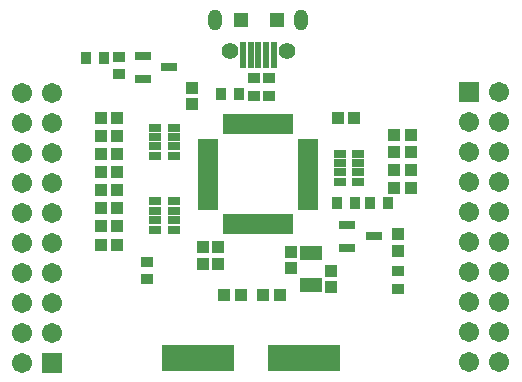
<source format=gts>
G04*
G04 #@! TF.GenerationSoftware,Altium Limited,Altium Designer,20.0.2 (26)*
G04*
G04 Layer_Color=8388736*
%FSLAX25Y25*%
%MOIN*%
G70*
G01*
G75*
%ADD26R,0.03556X0.04343*%
%ADD27R,0.04343X0.03556*%
%ADD28R,0.02375X0.08674*%
%ADD29R,0.01981X0.06607*%
%ADD30R,0.05131X0.05131*%
%ADD31R,0.04343X0.03950*%
%ADD32R,0.06607X0.01981*%
%ADD33R,0.24422X0.08674*%
%ADD34R,0.03950X0.04343*%
%ADD35R,0.03950X0.02572*%
%ADD36R,0.05328X0.03162*%
%ADD37R,0.07493X0.05131*%
%ADD38R,0.06706X0.06706*%
%ADD39C,0.06706*%
%ADD40O,0.04737X0.07099*%
%ADD41C,0.05524*%
D26*
X30512Y154921D02*
D03*
X36417D02*
D03*
X131102Y106496D02*
D03*
X125197D02*
D03*
X81299Y142717D02*
D03*
X120079Y106693D02*
D03*
X114173D02*
D03*
X75394Y142717D02*
D03*
D27*
X50787Y81102D02*
D03*
Y87008D02*
D03*
X91535Y148228D02*
D03*
X86614D02*
D03*
X91535Y142323D02*
D03*
X86614D02*
D03*
X134449Y77953D02*
D03*
Y83858D02*
D03*
X41535Y149409D02*
D03*
Y155315D02*
D03*
D28*
X90421Y155882D02*
D03*
X87862D02*
D03*
X85303D02*
D03*
X92980D02*
D03*
X82744D02*
D03*
D29*
X82874Y132827D02*
D03*
X84842D02*
D03*
X76968Y99457D02*
D03*
X78937D02*
D03*
X80905D02*
D03*
X82874D02*
D03*
X84842D02*
D03*
X86811D02*
D03*
X88779D02*
D03*
X90748D02*
D03*
X92716D02*
D03*
X94685D02*
D03*
X96653D02*
D03*
X98622D02*
D03*
Y132827D02*
D03*
X96653D02*
D03*
X94685D02*
D03*
X92716D02*
D03*
X90748D02*
D03*
X88779D02*
D03*
X86811D02*
D03*
X80905D02*
D03*
X78937D02*
D03*
X76968D02*
D03*
D30*
X82232Y167575D02*
D03*
X94043D02*
D03*
D31*
X112189Y84024D02*
D03*
Y78512D02*
D03*
X74425Y86358D02*
D03*
Y91870D02*
D03*
X69307Y86358D02*
D03*
Y91870D02*
D03*
X65764Y139508D02*
D03*
Y145020D02*
D03*
X134433Y90610D02*
D03*
Y96122D02*
D03*
X98835Y90295D02*
D03*
Y84784D02*
D03*
D32*
X104480Y105315D02*
D03*
Y107283D02*
D03*
Y109252D02*
D03*
Y111221D02*
D03*
Y113189D02*
D03*
Y115157D02*
D03*
Y117126D02*
D03*
Y119095D02*
D03*
Y121063D02*
D03*
Y123031D02*
D03*
Y125000D02*
D03*
Y126969D02*
D03*
X71110D02*
D03*
Y125000D02*
D03*
Y123031D02*
D03*
Y121063D02*
D03*
Y119095D02*
D03*
Y117126D02*
D03*
Y115157D02*
D03*
Y113189D02*
D03*
Y111221D02*
D03*
Y109252D02*
D03*
Y107283D02*
D03*
Y105315D02*
D03*
D33*
X67716Y54921D02*
D03*
X103150D02*
D03*
D34*
X35433Y135011D02*
D03*
X40945D02*
D03*
X35433Y128965D02*
D03*
X40945D02*
D03*
X35433Y122919D02*
D03*
X40945D02*
D03*
X35433Y116873D02*
D03*
X40945D02*
D03*
X35433Y110827D02*
D03*
X40945D02*
D03*
X35433Y104781D02*
D03*
X40945D02*
D03*
X35433Y92688D02*
D03*
X40945D02*
D03*
X114311Y135024D02*
D03*
X119823D02*
D03*
X35433Y98735D02*
D03*
X40945D02*
D03*
X133130Y117535D02*
D03*
X138642D02*
D03*
X133130Y111630D02*
D03*
X138642D02*
D03*
X133130Y129347D02*
D03*
X138642D02*
D03*
X133130Y123441D02*
D03*
X138642D02*
D03*
X82028Y75968D02*
D03*
X76516D02*
D03*
X89626Y76000D02*
D03*
X95138D02*
D03*
D35*
X59842Y122244D02*
D03*
Y125394D02*
D03*
Y128543D02*
D03*
Y131693D02*
D03*
X53543D02*
D03*
Y128543D02*
D03*
Y125394D02*
D03*
Y122244D02*
D03*
X59842Y97638D02*
D03*
Y100787D02*
D03*
Y103937D02*
D03*
Y107087D02*
D03*
X53543D02*
D03*
Y103937D02*
D03*
Y100787D02*
D03*
Y97638D02*
D03*
X114961Y123031D02*
D03*
Y119882D02*
D03*
Y116732D02*
D03*
Y113583D02*
D03*
X121260D02*
D03*
Y116732D02*
D03*
Y119882D02*
D03*
Y123031D02*
D03*
D36*
X117602Y99181D02*
D03*
Y91701D02*
D03*
X126461Y95441D02*
D03*
X58153Y151740D02*
D03*
X49295Y148000D02*
D03*
Y155480D02*
D03*
D37*
X105512Y89736D02*
D03*
Y79106D02*
D03*
D38*
X19291Y53268D02*
D03*
X158268Y143583D02*
D03*
D39*
X9291Y53268D02*
D03*
X19291Y63268D02*
D03*
X9291D02*
D03*
X19291Y73268D02*
D03*
X9291D02*
D03*
X19291Y83268D02*
D03*
X9291D02*
D03*
X19291Y93268D02*
D03*
X9291D02*
D03*
X19291Y103268D02*
D03*
X9291D02*
D03*
X19291Y113268D02*
D03*
X9291D02*
D03*
X19291Y123268D02*
D03*
X9291D02*
D03*
X19291Y133268D02*
D03*
X9291D02*
D03*
X19291Y143268D02*
D03*
X9291D02*
D03*
X168268Y143583D02*
D03*
X158268Y133583D02*
D03*
X168268D02*
D03*
X158268Y123583D02*
D03*
X168268D02*
D03*
X158268Y113583D02*
D03*
X168268D02*
D03*
X158268Y103583D02*
D03*
X168268D02*
D03*
X158268Y93583D02*
D03*
X168268D02*
D03*
X158268Y83583D02*
D03*
X168268D02*
D03*
X158268Y73583D02*
D03*
X168268D02*
D03*
X158268Y63583D02*
D03*
X168268D02*
D03*
X158268Y53583D02*
D03*
X168268D02*
D03*
D40*
X73590Y167693D02*
D03*
X102134D02*
D03*
D41*
X78315Y157142D02*
D03*
X97409D02*
D03*
M02*

</source>
